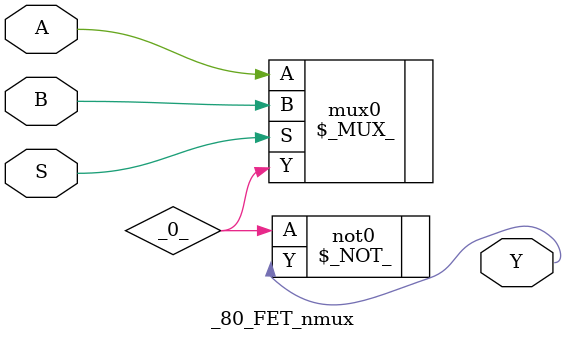
<source format=v>

(* techmap_celltype = "$_MUX_" *)
module _80_FET_mux (A, B, S, Y);
	input  A;
	input  B;
	input  S;
	output Y;

	wire _0_;
	wire _1_;
	wire _2_;
	wire _3_;

	wire _S_;
	wire _Y_;

	\$_NOT_ not0(
		.A(S),
		.Y(_S_)
	);


	\PFET p0(
		.S(1'b1),
		.G(A),
		.D(_0_)
	);
	\PFET p1(
		.S(_0_),
		.G(S),
		.D(_Y_)
	);
	\PFET p2(
		.S(1'b1),
		.G(B),
		.D(_1_)
	);
	\PFET p3(
		.S(_1_),
		.G(_S_),
		.D(_Y_)
	);

	\NFET n0(
		.S(_Y_),
		.G(_S_),
		.D(_2_),
	);
	\NFET n1(
		.S(_2_),
		.G(A),
		.D(1'b0)
	);
	\NFET n2(
		.S(_Y_),
		.G(S),
		.D(_3_)
	);
	\NFET n3(
		.S(_3_),
		.G(B),
		.D(1'b0)
	);

	assign Y = _Y_;

endmodule

(* techmap_celltype = "$_NMUX_" *)
module _80_FET_nmux (A, B, S, Y);
	input  A;
	input  B;
	input  S;
	output Y;

	wire _0_;


	\$_MUX_ mux0(
		.A(A),
		.B(B),
		.S(S),
		.Y(_0_)
	);

	\$_NOT_ not0(
		.A(_0_),
		.Y(Y)
	);

endmodule

</source>
